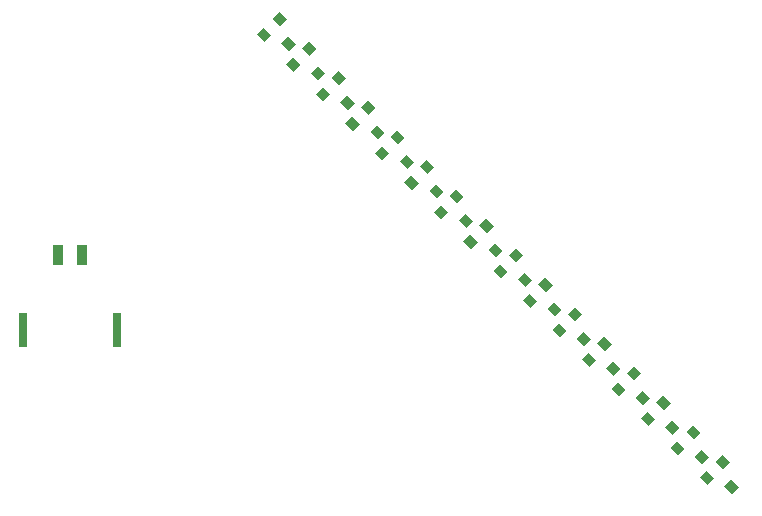
<source format=gbp>
G04 #@! TF.GenerationSoftware,KiCad,Pcbnew,5.99.0-unknown-022839a5a~104~ubuntu20.04.1*
G04 #@! TF.CreationDate,2020-09-24T10:22:24-07:00*
G04 #@! TF.ProjectId,badge,62616467-652e-46b6-9963-61645f706362,0.1*
G04 #@! TF.SameCoordinates,Original*
G04 #@! TF.FileFunction,Paste,Bot*
G04 #@! TF.FilePolarity,Positive*
%FSLAX46Y46*%
G04 Gerber Fmt 4.6, Leading zero omitted, Abs format (unit mm)*
G04 Created by KiCad (PCBNEW 5.99.0-unknown-022839a5a~104~ubuntu20.04.1) date 2020-09-24 10:22:24*
%MOMM*%
%LPD*%
G01*
G04 APERTURE LIST*
%ADD10R,0.800000X3.000000*%
%ADD11R,0.900000X1.700000*%
G04 APERTURE END LIST*
G04 #@! TO.C,Q14*
G36*
X76420101Y-89029290D02*
G01*
X76985787Y-88463604D01*
X77622183Y-89100000D01*
X77056497Y-89665686D01*
X76420101Y-89029290D01*
G37*
G36*
X77763604Y-87685787D02*
G01*
X78329290Y-87120101D01*
X78965686Y-87756497D01*
X78400000Y-88322183D01*
X77763604Y-87685787D01*
G37*
G36*
X78506066Y-89771752D02*
G01*
X79071752Y-89206066D01*
X79708148Y-89842462D01*
X79142462Y-90408148D01*
X78506066Y-89771752D01*
G37*
G04 #@! TD*
G04 #@! TO.C,Q11*
G36*
X98920101Y-111529290D02*
G01*
X99485787Y-110963604D01*
X100122183Y-111600000D01*
X99556497Y-112165686D01*
X98920101Y-111529290D01*
G37*
G36*
X100263604Y-110185787D02*
G01*
X100829290Y-109620101D01*
X101465686Y-110256497D01*
X100900000Y-110822183D01*
X100263604Y-110185787D01*
G37*
G36*
X101006066Y-112271752D02*
G01*
X101571752Y-111706066D01*
X102208148Y-112342462D01*
X101642462Y-112908148D01*
X101006066Y-112271752D01*
G37*
G04 #@! TD*
G04 #@! TO.C,Q5*
G36*
X106420101Y-119029290D02*
G01*
X106985787Y-118463604D01*
X107622183Y-119100000D01*
X107056497Y-119665686D01*
X106420101Y-119029290D01*
G37*
G36*
X107763604Y-117685787D02*
G01*
X108329290Y-117120101D01*
X108965686Y-117756497D01*
X108400000Y-118322183D01*
X107763604Y-117685787D01*
G37*
G36*
X108506066Y-119771752D02*
G01*
X109071752Y-119206066D01*
X109708148Y-119842462D01*
X109142462Y-120408148D01*
X108506066Y-119771752D01*
G37*
G04 #@! TD*
G04 #@! TO.C,Q3*
G36*
X108920101Y-121529290D02*
G01*
X109485787Y-120963604D01*
X110122183Y-121600000D01*
X109556497Y-122165686D01*
X108920101Y-121529290D01*
G37*
G36*
X110263604Y-120185787D02*
G01*
X110829290Y-119620101D01*
X111465686Y-120256497D01*
X110900000Y-120822183D01*
X110263604Y-120185787D01*
G37*
G36*
X111006066Y-122271752D02*
G01*
X111571752Y-121706066D01*
X112208148Y-122342462D01*
X111642462Y-122908148D01*
X111006066Y-122271752D01*
G37*
G04 #@! TD*
G04 #@! TO.C,Q16*
G36*
X73920101Y-86529290D02*
G01*
X74485787Y-85963604D01*
X75122183Y-86600000D01*
X74556497Y-87165686D01*
X73920101Y-86529290D01*
G37*
G36*
X75263604Y-85185787D02*
G01*
X75829290Y-84620101D01*
X76465686Y-85256497D01*
X75900000Y-85822183D01*
X75263604Y-85185787D01*
G37*
G36*
X76006066Y-87271752D02*
G01*
X76571752Y-86706066D01*
X77208148Y-87342462D01*
X76642462Y-87908148D01*
X76006066Y-87271752D01*
G37*
G04 #@! TD*
G04 #@! TO.C,Q13*
G36*
X96420101Y-109029290D02*
G01*
X96985787Y-108463604D01*
X97622183Y-109100000D01*
X97056497Y-109665686D01*
X96420101Y-109029290D01*
G37*
G36*
X97763604Y-107685787D02*
G01*
X98329290Y-107120101D01*
X98965686Y-107756497D01*
X98400000Y-108322183D01*
X97763604Y-107685787D01*
G37*
G36*
X98506066Y-109771752D02*
G01*
X99071752Y-109206066D01*
X99708148Y-109842462D01*
X99142462Y-110408148D01*
X98506066Y-109771752D01*
G37*
G04 #@! TD*
G04 #@! TO.C,Q2*
G36*
X91420101Y-104029290D02*
G01*
X91985787Y-103463604D01*
X92622183Y-104100000D01*
X92056497Y-104665686D01*
X91420101Y-104029290D01*
G37*
G36*
X92763604Y-102685787D02*
G01*
X93329290Y-102120101D01*
X93965686Y-102756497D01*
X93400000Y-103322183D01*
X92763604Y-102685787D01*
G37*
G36*
X93506066Y-104771752D02*
G01*
X94071752Y-104206066D01*
X94708148Y-104842462D01*
X94142462Y-105408148D01*
X93506066Y-104771752D01*
G37*
G04 #@! TD*
G04 #@! TO.C,Q6*
G36*
X86420101Y-99029290D02*
G01*
X86985787Y-98463604D01*
X87622183Y-99100000D01*
X87056497Y-99665686D01*
X86420101Y-99029290D01*
G37*
G36*
X87763604Y-97685787D02*
G01*
X88329290Y-97120101D01*
X88965686Y-97756497D01*
X88400000Y-98322183D01*
X87763604Y-97685787D01*
G37*
G36*
X88506066Y-99771752D02*
G01*
X89071752Y-99206066D01*
X89708148Y-99842462D01*
X89142462Y-100408148D01*
X88506066Y-99771752D01*
G37*
G04 #@! TD*
G04 #@! TO.C,Q8*
G36*
X83920101Y-96529290D02*
G01*
X84485787Y-95963604D01*
X85122183Y-96600000D01*
X84556497Y-97165686D01*
X83920101Y-96529290D01*
G37*
G36*
X85263604Y-95185787D02*
G01*
X85829290Y-94620101D01*
X86465686Y-95256497D01*
X85900000Y-95822183D01*
X85263604Y-95185787D01*
G37*
G36*
X86006066Y-97271752D02*
G01*
X86571752Y-96706066D01*
X87208148Y-97342462D01*
X86642462Y-97908148D01*
X86006066Y-97271752D01*
G37*
G04 #@! TD*
D10*
G04 #@! TO.C,J3*
X62116691Y-111590233D03*
X54116691Y-111590233D03*
D11*
X59116691Y-105240233D03*
X57116691Y-105240233D03*
G04 #@! TD*
G04 #@! TO.C,Q4*
G36*
X88920101Y-101529290D02*
G01*
X89485787Y-100963604D01*
X90122183Y-101600000D01*
X89556497Y-102165686D01*
X88920101Y-101529290D01*
G37*
G36*
X90263604Y-100185787D02*
G01*
X90829290Y-99620101D01*
X91465686Y-100256497D01*
X90900000Y-100822183D01*
X90263604Y-100185787D01*
G37*
G36*
X91006066Y-102271752D02*
G01*
X91571752Y-101706066D01*
X92208148Y-102342462D01*
X91642462Y-102908148D01*
X91006066Y-102271752D01*
G37*
G04 #@! TD*
G04 #@! TO.C,Q7*
G36*
X103920101Y-116529290D02*
G01*
X104485787Y-115963604D01*
X105122183Y-116600000D01*
X104556497Y-117165686D01*
X103920101Y-116529290D01*
G37*
G36*
X105263604Y-115185787D02*
G01*
X105829290Y-114620101D01*
X106465686Y-115256497D01*
X105900000Y-115822183D01*
X105263604Y-115185787D01*
G37*
G36*
X106006066Y-117271752D02*
G01*
X106571752Y-116706066D01*
X107208148Y-117342462D01*
X106642462Y-117908148D01*
X106006066Y-117271752D01*
G37*
G04 #@! TD*
G04 #@! TO.C,Q1*
G36*
X111420101Y-124029290D02*
G01*
X111985787Y-123463604D01*
X112622183Y-124100000D01*
X112056497Y-124665686D01*
X111420101Y-124029290D01*
G37*
G36*
X112763604Y-122685787D02*
G01*
X113329290Y-122120101D01*
X113965686Y-122756497D01*
X113400000Y-123322183D01*
X112763604Y-122685787D01*
G37*
G36*
X113506066Y-124771752D02*
G01*
X114071752Y-124206066D01*
X114708148Y-124842462D01*
X114142462Y-125408148D01*
X113506066Y-124771752D01*
G37*
G04 #@! TD*
G04 #@! TO.C,Q15*
G36*
X93920101Y-106529290D02*
G01*
X94485787Y-105963604D01*
X95122183Y-106600000D01*
X94556497Y-107165686D01*
X93920101Y-106529290D01*
G37*
G36*
X95263604Y-105185787D02*
G01*
X95829290Y-104620101D01*
X96465686Y-105256497D01*
X95900000Y-105822183D01*
X95263604Y-105185787D01*
G37*
G36*
X96006066Y-107271752D02*
G01*
X96571752Y-106706066D01*
X97208148Y-107342462D01*
X96642462Y-107908148D01*
X96006066Y-107271752D01*
G37*
G04 #@! TD*
G04 #@! TO.C,Q9*
G36*
X101420101Y-114029290D02*
G01*
X101985787Y-113463604D01*
X102622183Y-114100000D01*
X102056497Y-114665686D01*
X101420101Y-114029290D01*
G37*
G36*
X102763604Y-112685787D02*
G01*
X103329290Y-112120101D01*
X103965686Y-112756497D01*
X103400000Y-113322183D01*
X102763604Y-112685787D01*
G37*
G36*
X103506066Y-114771752D02*
G01*
X104071752Y-114206066D01*
X104708148Y-114842462D01*
X104142462Y-115408148D01*
X103506066Y-114771752D01*
G37*
G04 #@! TD*
G04 #@! TO.C,Q12*
G36*
X78920101Y-91529290D02*
G01*
X79485787Y-90963604D01*
X80122183Y-91600000D01*
X79556497Y-92165686D01*
X78920101Y-91529290D01*
G37*
G36*
X80263604Y-90185787D02*
G01*
X80829290Y-89620101D01*
X81465686Y-90256497D01*
X80900000Y-90822183D01*
X80263604Y-90185787D01*
G37*
G36*
X81006066Y-92271752D02*
G01*
X81571752Y-91706066D01*
X82208148Y-92342462D01*
X81642462Y-92908148D01*
X81006066Y-92271752D01*
G37*
G04 #@! TD*
G04 #@! TO.C,Q10*
G36*
X81420101Y-94029290D02*
G01*
X81985787Y-93463604D01*
X82622183Y-94100000D01*
X82056497Y-94665686D01*
X81420101Y-94029290D01*
G37*
G36*
X82763604Y-92685787D02*
G01*
X83329290Y-92120101D01*
X83965686Y-92756497D01*
X83400000Y-93322183D01*
X82763604Y-92685787D01*
G37*
G36*
X83506066Y-94771752D02*
G01*
X84071752Y-94206066D01*
X84708148Y-94842462D01*
X84142462Y-95408148D01*
X83506066Y-94771752D01*
G37*
G04 #@! TD*
M02*

</source>
